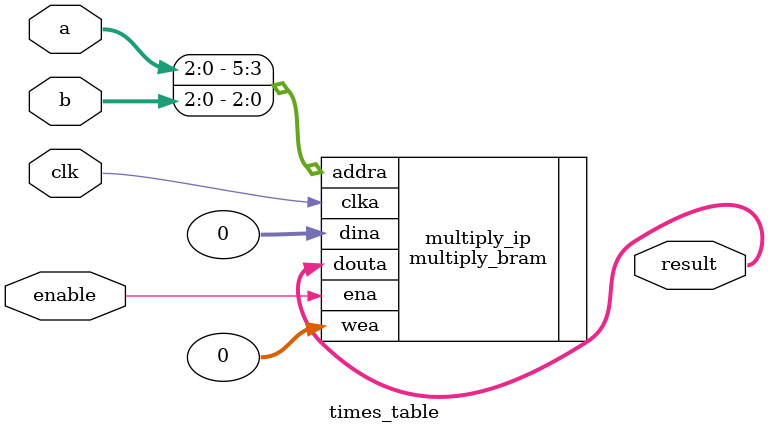
<source format=v>

`timescale 1ns / 100ps

module times_table (
	input clk,
	input [2:0] a,
	input [2:0] b,
	input enable,
	output wire [5:0] result
	);


	multiply_bram multiply_ip (
	  .clka(clk),    	// input wire clka
	  .ena(enable),     	// input wire ena
	  .wea(0),      	// input wire [0 : 0] wea
	  .addra({a,b}),  	// input wire [5 : 0] addra
	  .dina(0),    		// input wire [5 : 0] dina
	  .douta(result)  	// output wire [5 : 0] douta
	);

endmodule

</source>
